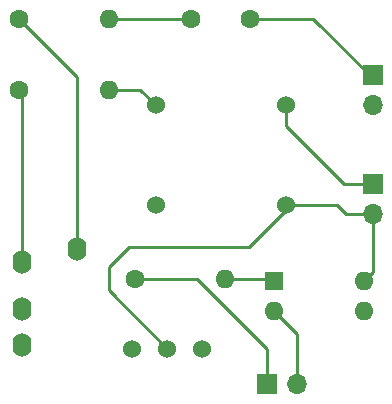
<source format=gbr>
%TF.GenerationSoftware,KiCad,Pcbnew,(5.1.5)-3*%
%TF.CreationDate,2021-04-08T15:18:11+01:00*%
%TF.ProjectId,Data Mode Radio Cable,44617461-204d-46f6-9465-20526164696f,rev?*%
%TF.SameCoordinates,PX2dc6c00PY4d3f640*%
%TF.FileFunction,Copper,L1,Top*%
%TF.FilePolarity,Positive*%
%FSLAX46Y46*%
G04 Gerber Fmt 4.6, Leading zero omitted, Abs format (unit mm)*
G04 Created by KiCad (PCBNEW (5.1.5)-3) date 2021-04-08 15:18:11*
%MOMM*%
%LPD*%
G04 APERTURE LIST*
%TA.AperFunction,ComponentPad*%
%ADD10O,1.600000X2.000000*%
%TD*%
%TA.AperFunction,ComponentPad*%
%ADD11C,1.524000*%
%TD*%
%TA.AperFunction,ComponentPad*%
%ADD12C,1.600000*%
%TD*%
%TA.AperFunction,ComponentPad*%
%ADD13O,1.600000X1.600000*%
%TD*%
%TA.AperFunction,ComponentPad*%
%ADD14O,1.700000X1.700000*%
%TD*%
%TA.AperFunction,ComponentPad*%
%ADD15R,1.700000X1.700000*%
%TD*%
%TA.AperFunction,ComponentPad*%
%ADD16R,1.600000X1.600000*%
%TD*%
%TA.AperFunction,Conductor*%
%ADD17C,0.250000*%
%TD*%
G04 APERTURE END LIST*
D10*
%TO.P,J1,R1*%
%TO.N,Net-(J1-PadR1)*%
X8300000Y8200000D03*
%TO.P,J1,R2*%
%TO.N,GND*%
X8300000Y5200000D03*
%TO.P,J1,T*%
%TO.N,Net-(J1-PadT)*%
X8300000Y12200000D03*
%TO.P,J1,S*%
%TO.N,Net-(J1-PadS)*%
X12900000Y13300000D03*
%TD*%
D11*
%TO.P,T1,4*%
%TO.N,Net-(J3-Pad1)*%
X30600000Y25500000D03*
%TO.P,T1,3*%
%TO.N,Net-(J3-Pad2)*%
X30600000Y17000000D03*
%TO.P,T1,2*%
%TO.N,GND*%
X19600000Y17000000D03*
%TO.P,T1,1*%
%TO.N,Net-(R2-Pad2)*%
X19600000Y25500000D03*
%TD*%
D12*
%TO.P,R3,1*%
%TO.N,Net-(J4-Pad1)*%
X17850000Y10750000D03*
D13*
%TO.P,R3,2*%
%TO.N,Net-(R3-Pad2)*%
X25470000Y10750000D03*
%TD*%
D12*
%TO.P,R2,1*%
%TO.N,Net-(J1-PadT)*%
X8000000Y26800000D03*
D13*
%TO.P,R2,2*%
%TO.N,Net-(R2-Pad2)*%
X15620000Y26800000D03*
%TD*%
D12*
%TO.P,C1,1*%
%TO.N,Net-(C1-Pad1)*%
X22600000Y32800000D03*
%TO.P,C1,2*%
%TO.N,Net-(C1-Pad2)*%
X27600000Y32800000D03*
%TD*%
D14*
%TO.P,J2,2*%
%TO.N,GND*%
X38000000Y25460000D03*
D15*
%TO.P,J2,1*%
%TO.N,Net-(C1-Pad2)*%
X38000000Y28000000D03*
%TD*%
%TO.P,J3,1*%
%TO.N,Net-(J3-Pad1)*%
X38000000Y18800000D03*
D14*
%TO.P,J3,2*%
%TO.N,Net-(J3-Pad2)*%
X38000000Y16260000D03*
%TD*%
D13*
%TO.P,R1,2*%
%TO.N,Net-(C1-Pad1)*%
X15620000Y32800000D03*
D12*
%TO.P,R1,1*%
%TO.N,Net-(J1-PadS)*%
X8000000Y32800000D03*
%TD*%
D16*
%TO.P,U1,1*%
%TO.N,Net-(R3-Pad2)*%
X29600000Y10600000D03*
D13*
%TO.P,U1,3*%
%TO.N,GND*%
X37220000Y8060000D03*
%TO.P,U1,2*%
%TO.N,Net-(J4-Pad2)*%
X29600000Y8060000D03*
%TO.P,U1,4*%
%TO.N,Net-(J3-Pad2)*%
X37220000Y10600000D03*
%TD*%
D15*
%TO.P,J4,1*%
%TO.N,Net-(J4-Pad1)*%
X29050000Y1850000D03*
D14*
%TO.P,J4,2*%
%TO.N,Net-(J4-Pad2)*%
X31590000Y1850000D03*
%TD*%
D11*
%TO.P,SW1,3*%
%TO.N,Net-(SW1-Pad3)*%
X17550000Y4878000D03*
%TO.P,SW1,2*%
%TO.N,Net-(J3-Pad2)*%
X20550000Y4878000D03*
%TO.P,SW1,1*%
%TO.N,GND*%
X23550000Y4878000D03*
%TD*%
D17*
%TO.N,Net-(C1-Pad1)*%
X22600000Y32800000D02*
X15620000Y32800000D01*
%TO.N,Net-(C1-Pad2)*%
X37700000Y28000000D02*
X38000000Y28000000D01*
X27600000Y32800000D02*
X32900000Y32800000D01*
X32900000Y32800000D02*
X37700000Y28000000D01*
%TO.N,Net-(J3-Pad1)*%
X30600000Y23700000D02*
X30600000Y25500000D01*
X38000000Y18800000D02*
X35500000Y18800000D01*
X35500000Y18800000D02*
X30600000Y23700000D01*
%TO.N,Net-(J3-Pad2)*%
X38000000Y16260000D02*
X38000000Y11380000D01*
X38000000Y11380000D02*
X37220000Y10600000D01*
X38000000Y16260000D02*
X35690000Y16260000D01*
X34950000Y17000000D02*
X30600000Y17000000D01*
X35690000Y16260000D02*
X34950000Y17000000D01*
X15600000Y9828000D02*
X20550000Y4878000D01*
X30600000Y17000000D02*
X30600000Y16577630D01*
X27522370Y13500000D02*
X17300000Y13500000D01*
X30600000Y16577630D02*
X27522370Y13500000D01*
X17300000Y13500000D02*
X15600000Y11800000D01*
X15600000Y11800000D02*
X15600000Y9828000D01*
%TO.N,Net-(J1-PadS)*%
X12900000Y27900000D02*
X8000000Y32800000D01*
X12900000Y13300000D02*
X12900000Y27900000D01*
%TO.N,Net-(J1-PadT)*%
X8300000Y26500000D02*
X8000000Y26800000D01*
X8300000Y12200000D02*
X8300000Y26500000D01*
%TO.N,Net-(R2-Pad2)*%
X18300000Y26800000D02*
X19600000Y25500000D01*
X15620000Y26800000D02*
X18300000Y26800000D01*
%TO.N,Net-(J4-Pad1)*%
X29050000Y4800000D02*
X29050000Y1850000D01*
X17850000Y10750000D02*
X23100000Y10750000D01*
X23100000Y10750000D02*
X29050000Y4800000D01*
%TO.N,Net-(R3-Pad2)*%
X29450000Y10750000D02*
X29600000Y10600000D01*
X25470000Y10750000D02*
X29450000Y10750000D01*
%TO.N,Net-(J4-Pad2)*%
X31590000Y6070000D02*
X31590000Y1850000D01*
X29600000Y8060000D02*
X31590000Y6070000D01*
%TD*%
M02*

</source>
